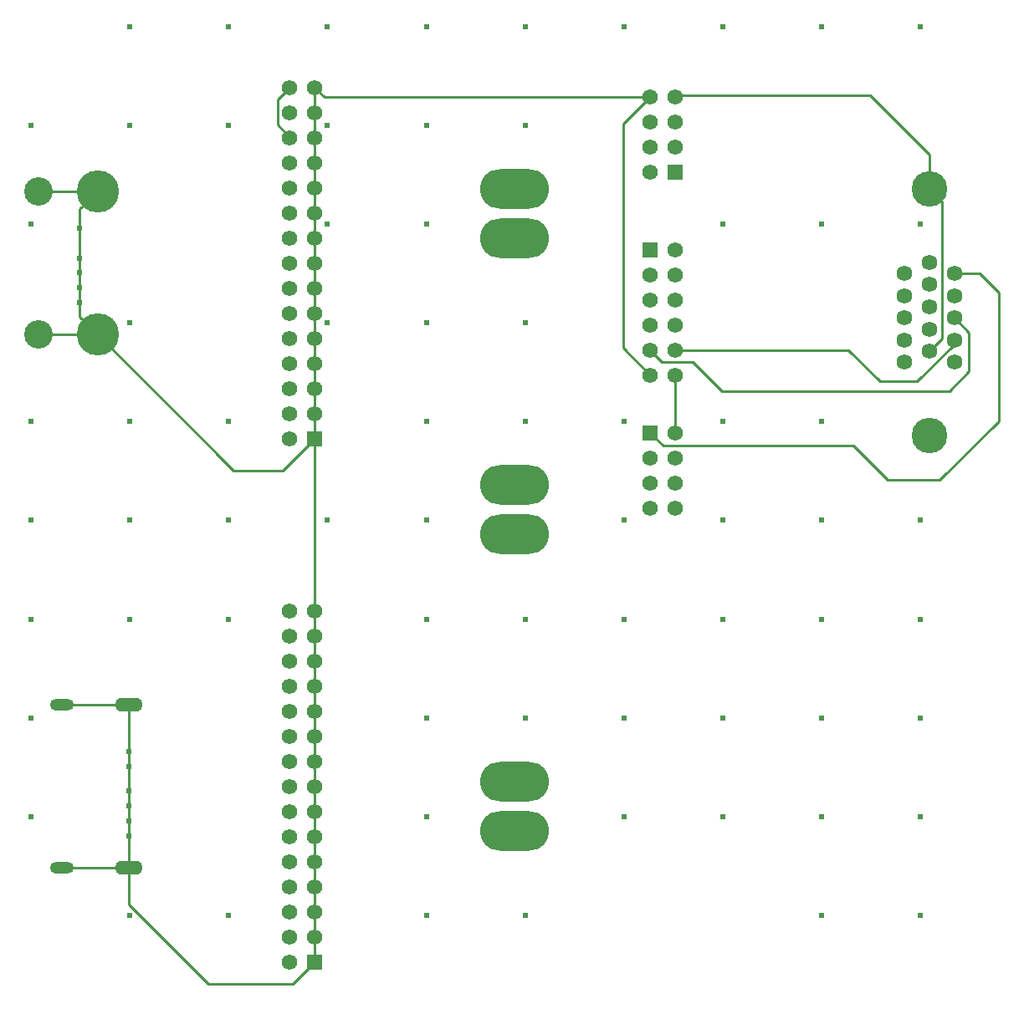
<source format=gbl>
G04 Layer: BottomLayer*
G04 EasyEDA v6.5.20, 2023-01-06 03:34:03*
G04 a67cddfb3fce44daa9051d46cbbcc19f,10*
G04 Gerber Generator version 0.2*
G04 Scale: 100 percent, Rotated: No, Reflected: No *
G04 Dimensions in millimeters *
G04 leading zeros omitted , absolute positions ,4 integer and 5 decimal *
%FSLAX45Y45*%
%MOMM*%

%ADD10C,0.2540*%
%ADD11C,3.5992*%
%ADD12C,1.5926*%
%ADD13C,1.5748*%
%ADD14R,1.5748X1.5748*%
%ADD15C,4.2751*%
%ADD16C,2.8801*%
%ADD17O,2.800096X1.400048*%
%ADD18O,2.400046X1.199896*%
%ADD19O,6.999986000000001X3.9999919999999998*%
%ADD20C,0.6096*%
%ADD21C,0.6100*%
%ADD22C,0.0122*%

%LPD*%
D10*
X2722994Y8769985D02*
G01*
X2722994Y8776982D01*
X2599994Y8899982D01*
X2599994Y9154985D01*
X2722994Y9277985D01*
X2976994Y421995D02*
G01*
X2976994Y9277985D01*
X421995Y1375003D02*
G01*
X1099997Y1375003D01*
X421995Y3024987D02*
G01*
X1099997Y3024987D01*
X1099997Y1375003D02*
G01*
X1099997Y3024987D01*
X1099997Y1375003D02*
G01*
X1099997Y999997D01*
X1899996Y199999D01*
X2754998Y199999D01*
X2976994Y421995D01*
X183997Y6774992D02*
G01*
X780008Y6774992D01*
X183997Y8224977D02*
G01*
X780008Y8224977D01*
X780008Y6774992D02*
G01*
X599998Y6955002D01*
X599998Y7849984D01*
X780008Y8224977D02*
G01*
X599998Y8044967D01*
X599998Y7849984D01*
X780008Y6774992D02*
G01*
X2155012Y5399989D01*
X2654998Y5399989D01*
X2976994Y5721985D01*
X6372859Y5781039D02*
G01*
X6503924Y5649976D01*
X8426160Y5649976D01*
X8776147Y5299989D01*
X9299981Y5299989D01*
X9899980Y5899988D01*
X9899980Y7199985D01*
X9706305Y7393660D01*
X9453879Y7393660D01*
X6626986Y6618986D02*
G01*
X8380984Y6618986D01*
X8699982Y6299987D01*
X9074983Y6299987D01*
X9453879Y6678884D01*
X9453879Y6718655D01*
X6372859Y6618986D02*
G01*
X6491986Y6500113D01*
X6800088Y6500113D01*
X7100061Y6199886D01*
X9400031Y6199886D01*
X9599929Y6400037D01*
X9599929Y6797547D01*
X9453879Y6943597D01*
X2976994Y9277985D02*
G01*
X3073996Y9180982D01*
X6372986Y9180982D01*
X6626986Y9180982D02*
G01*
X6645986Y9199981D01*
X8599982Y9199981D01*
X9199879Y8600084D01*
X9199879Y8249920D01*
X6626986Y5780989D02*
G01*
X6626986Y6364986D01*
X6372986Y6364986D02*
G01*
X6099987Y6637985D01*
X6099987Y8907983D01*
X6372986Y9180982D01*
X9199879Y8249920D02*
G01*
X9324982Y8124817D01*
X9324982Y6731261D01*
X9199879Y6606159D01*
D11*
G01*
X9199879Y5749899D03*
G01*
X9199879Y8249920D03*
D12*
G01*
X8945879Y6493662D03*
G01*
X8945879Y6718655D03*
G01*
X8945879Y6943648D03*
G01*
X8945879Y7168642D03*
G01*
X8945879Y7393660D03*
G01*
X9199879Y6606159D03*
G01*
X9199879Y6831152D03*
G01*
X9199879Y7056145D03*
G01*
X9199879Y7281138D03*
G01*
X9199879Y7506157D03*
G01*
X9453879Y6493662D03*
G01*
X9453879Y6718655D03*
G01*
X9453879Y6943648D03*
G01*
X9453879Y7168642D03*
G01*
X9453879Y7393660D03*
D13*
G01*
X6626986Y6364986D03*
G01*
X6372986Y6364986D03*
G01*
X6626986Y6618986D03*
G01*
X6372986Y6618986D03*
G01*
X6626986Y6872986D03*
G01*
X6372986Y6872986D03*
G01*
X6626986Y7126986D03*
G01*
X6372986Y7126986D03*
G01*
X6626986Y7380986D03*
G01*
X6372986Y7380986D03*
G01*
X6626986Y7634986D03*
D14*
G01*
X6372986Y7634986D03*
G01*
X6372986Y5780989D03*
D13*
G01*
X6626986Y5780989D03*
G01*
X6372986Y5526989D03*
G01*
X6626986Y5526989D03*
G01*
X6372986Y5272989D03*
G01*
X6626986Y5272989D03*
G01*
X6372986Y5018989D03*
G01*
X6626986Y5018989D03*
D14*
G01*
X6626986Y8418982D03*
D13*
G01*
X6372986Y8418982D03*
G01*
X6626986Y8672982D03*
G01*
X6372986Y8672982D03*
G01*
X6626986Y8926982D03*
G01*
X6372986Y8926982D03*
G01*
X6626986Y9180982D03*
G01*
X6372986Y9180982D03*
D15*
G01*
X780008Y6774992D03*
G01*
X780008Y8224977D03*
D16*
G01*
X183997Y6774992D03*
G01*
X183997Y8224977D03*
D14*
G01*
X2977006Y5721985D03*
D13*
G01*
X2723006Y5721985D03*
G01*
X2977006Y5975985D03*
G01*
X2723006Y5975985D03*
G01*
X2977006Y6229985D03*
G01*
X2723006Y6229985D03*
G01*
X2977006Y6483985D03*
G01*
X2723006Y6483985D03*
G01*
X2977006Y6737985D03*
G01*
X2723006Y6737985D03*
G01*
X2977006Y6991985D03*
G01*
X2723006Y6991985D03*
G01*
X2977006Y7245985D03*
G01*
X2723006Y7245985D03*
G01*
X2977006Y7499985D03*
G01*
X2723006Y7499985D03*
G01*
X2977006Y7753985D03*
G01*
X2723006Y7753985D03*
G01*
X2977006Y8007985D03*
G01*
X2723006Y8007985D03*
G01*
X2977006Y8261985D03*
G01*
X2723006Y8261985D03*
G01*
X2977006Y8515985D03*
G01*
X2723006Y8515985D03*
G01*
X2977006Y8769985D03*
G01*
X2723006Y8769985D03*
G01*
X2977006Y9023985D03*
G01*
X2723006Y9023985D03*
G01*
X2977006Y9277985D03*
G01*
X2723006Y9277985D03*
D17*
G01*
X1099997Y3024987D03*
G01*
X1099997Y1375003D03*
D18*
G01*
X421995Y3024987D03*
G01*
X421995Y1375003D03*
D14*
G01*
X2977006Y421995D03*
D13*
G01*
X2723006Y421995D03*
G01*
X2977006Y675995D03*
G01*
X2723006Y675995D03*
G01*
X2977006Y929995D03*
G01*
X2723006Y929995D03*
G01*
X2977006Y1183995D03*
G01*
X2723006Y1183995D03*
G01*
X2977006Y1437995D03*
G01*
X2723006Y1437995D03*
G01*
X2977006Y1691995D03*
G01*
X2723006Y1691995D03*
G01*
X2977006Y1945995D03*
G01*
X2723006Y1945995D03*
G01*
X2977006Y2199995D03*
G01*
X2723006Y2199995D03*
G01*
X2977006Y2453995D03*
G01*
X2723006Y2453995D03*
G01*
X2977006Y2707995D03*
G01*
X2723006Y2707995D03*
G01*
X2977006Y2961995D03*
G01*
X2723006Y2961995D03*
G01*
X2977006Y3215995D03*
G01*
X2723006Y3215995D03*
G01*
X2977006Y3469995D03*
G01*
X2723006Y3469995D03*
G01*
X2977006Y3723995D03*
G01*
X2723006Y3723995D03*
G01*
X2977006Y3977995D03*
G01*
X2723006Y3977995D03*
D19*
G01*
X4999990Y2249982D03*
G01*
X4999990Y4749977D03*
G01*
X4999990Y5249976D03*
G01*
X4999990Y7749971D03*
G01*
X4999990Y8249970D03*
G01*
X4999990Y1749983D03*
D20*
G01*
X1099997Y2549982D03*
G01*
X1099997Y2399995D03*
G01*
X1099997Y2149982D03*
G01*
X1099997Y1999995D03*
G01*
X1099997Y1849983D03*
G01*
X1099997Y1699996D03*
G01*
X599998Y7099985D03*
G01*
X599998Y7249972D03*
G01*
X599998Y7399985D03*
G01*
X599998Y7549972D03*
G01*
X599998Y7849971D03*
D21*
G01*
X107213Y8892768D03*
G01*
X107213Y7892770D03*
G01*
X107213Y5892774D03*
G01*
X107213Y4892776D03*
G01*
X107213Y3892778D03*
G01*
X107213Y2892780D03*
G01*
X107213Y1892782D03*
G01*
X1107211Y9892766D03*
G01*
X1107211Y8892768D03*
G01*
X1107211Y6892772D03*
G01*
X1107211Y5892774D03*
G01*
X1107211Y4892776D03*
G01*
X1107211Y3892778D03*
G01*
X1107211Y892784D03*
G01*
X2107209Y9892766D03*
G01*
X2107209Y8892768D03*
G01*
X2107209Y5892774D03*
G01*
X2107209Y4892776D03*
G01*
X2107209Y3892778D03*
G01*
X2107209Y892784D03*
G01*
X3107207Y9892766D03*
G01*
X3107207Y8892768D03*
G01*
X3107207Y7892770D03*
G01*
X3107207Y6892772D03*
G01*
X3107207Y4892776D03*
G01*
X4107205Y9892766D03*
G01*
X4107205Y8892768D03*
G01*
X4107205Y7892770D03*
G01*
X4107205Y6892772D03*
G01*
X4107205Y5892774D03*
G01*
X4107205Y4892776D03*
G01*
X4107205Y3892778D03*
G01*
X4107205Y2892780D03*
G01*
X4107205Y1892782D03*
G01*
X4107205Y892784D03*
G01*
X5107203Y9892766D03*
G01*
X5107203Y8892768D03*
G01*
X5107203Y6892772D03*
G01*
X5107203Y5892774D03*
G01*
X5107203Y3892778D03*
G01*
X5107203Y2892780D03*
G01*
X5107203Y892784D03*
G01*
X6107201Y9892766D03*
G01*
X6107201Y5892774D03*
G01*
X6107201Y4892776D03*
G01*
X6107201Y3892778D03*
G01*
X6107201Y2892780D03*
G01*
X6107201Y1892782D03*
G01*
X7107199Y9892766D03*
G01*
X7107199Y7892770D03*
G01*
X7107199Y5892774D03*
G01*
X7107199Y4892776D03*
G01*
X7107199Y3892778D03*
G01*
X7107199Y2892780D03*
G01*
X7107199Y1892782D03*
G01*
X8107197Y9892766D03*
G01*
X8107197Y7892770D03*
G01*
X8107197Y5892774D03*
G01*
X8107197Y4892776D03*
G01*
X8107197Y3892778D03*
G01*
X8107197Y2892780D03*
G01*
X8107197Y1892782D03*
G01*
X8107197Y892784D03*
G01*
X9107195Y9892766D03*
G01*
X9107195Y7892770D03*
G01*
X9107195Y4892776D03*
G01*
X9107195Y3892778D03*
G01*
X9107195Y2892780D03*
G01*
X9107195Y1892782D03*
G01*
X9107195Y892784D03*
M02*

</source>
